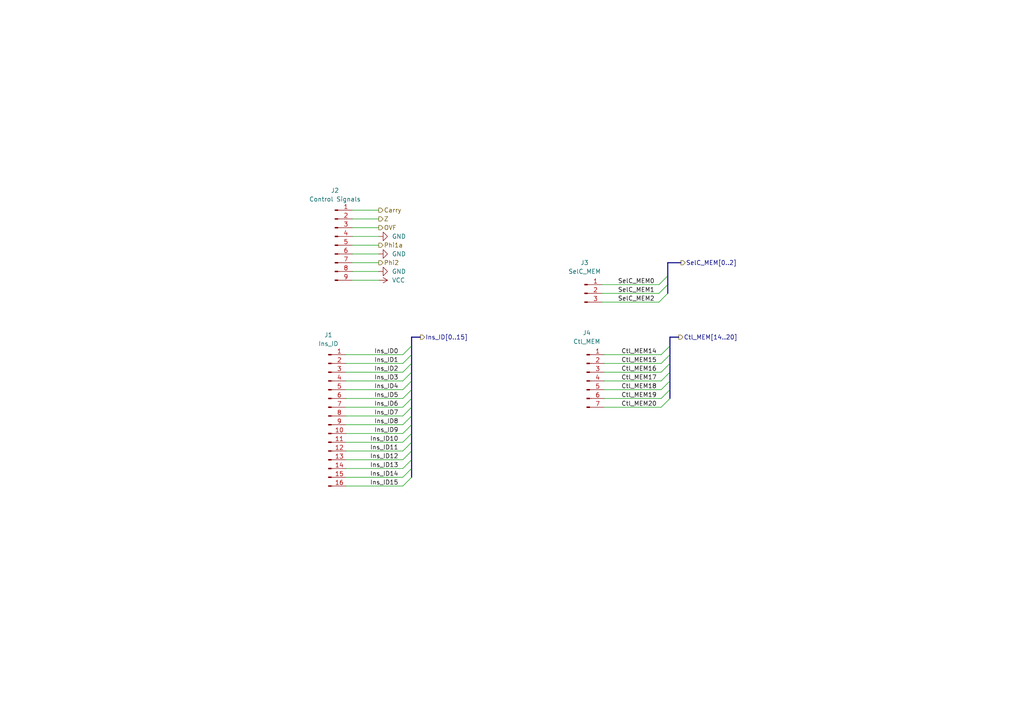
<source format=kicad_sch>
(kicad_sch (version 20211123) (generator eeschema)
  (paper "A4")
  (lib_symbols
    (symbol "Connector:Conn_01x03_Male" (pin_names (offset 1.016) hide)
      (property "Reference" "J" (at 0 5.08 0))
      (property "Value" "Conn_01x03_Male" (at 0 -5.08 0))
      (symbol "Conn_01x03_Male_1_1"
        (polyline (pts (xy 1.27 -2.54) (xy 0.8636 -2.54)) (stroke (width 0.1524)))
        (polyline (pts (xy 1.27 0) (xy 0.8636 0)) (stroke (width 0.1524)))
        (polyline (pts (xy 1.27 2.54) (xy 0.8636 2.54)) (stroke (width 0.1524)))
        (rectangle (start 0.8636 -2.413) (end 0 -2.667) (stroke (width 0.1524)) (fill (type outline)))
        (rectangle (start 0.8636 0.127) (end 0 -0.127) (stroke (width 0.1524)) (fill (type outline)))
        (rectangle (start 0.8636 2.667) (end 0 2.413) (stroke (width 0.1524)) (fill (type outline)))
        (pin passive line (at 5.08 2.54 180) (length 3.81) (name "Pin_1") (number "1"))
        (pin passive line (at 5.08 0 180) (length 3.81) (name "Pin_2") (number "2"))
        (pin passive line (at 5.08 -2.54 180) (length 3.81) (name "Pin_3") (number "3"))
      )
    )
    (symbol "Connector:Conn_01x07_Male" (pin_names (offset 1.016) hide)
      (property "Reference" "J" (at 0 10.16 0))
      (property "Value" "Conn_01x07_Male" (at 0 -10.16 0))
      (symbol "Conn_01x07_Male_1_1"
        (polyline (pts (xy 1.27 -7.62) (xy 0.8636 -7.62)) (stroke (width 0.1524)))
        (polyline (pts (xy 1.27 -5.08) (xy 0.8636 -5.08)) (stroke (width 0.1524)))
        (polyline (pts (xy 1.27 -2.54) (xy 0.8636 -2.54)) (stroke (width 0.1524)))
        (polyline (pts (xy 1.27 0) (xy 0.8636 0)) (stroke (width 0.1524)))
        (polyline (pts (xy 1.27 2.54) (xy 0.8636 2.54)) (stroke (width 0.1524)))
        (polyline (pts (xy 1.27 5.08) (xy 0.8636 5.08)) (stroke (width 0.1524)))
        (polyline (pts (xy 1.27 7.62) (xy 0.8636 7.62)) (stroke (width 0.1524)))
        (rectangle (start 0.8636 -7.493) (end 0 -7.747) (stroke (width 0.1524)) (fill (type outline)))
        (rectangle (start 0.8636 -4.953) (end 0 -5.207) (stroke (width 0.1524)) (fill (type outline)))
        (rectangle (start 0.8636 -2.413) (end 0 -2.667) (stroke (width 0.1524)) (fill (type outline)))
        (rectangle (start 0.8636 0.127) (end 0 -0.127) (stroke (width 0.1524)) (fill (type outline)))
        (rectangle (start 0.8636 2.667) (end 0 2.413) (stroke (width 0.1524)) (fill (type outline)))
        (rectangle (start 0.8636 5.207) (end 0 4.953) (stroke (width 0.1524)) (fill (type outline)))
        (rectangle (start 0.8636 7.747) (end 0 7.493) (stroke (width 0.1524)) (fill (type outline)))
        (pin passive line (at 5.08 7.62 180) (length 3.81) (name "Pin_1") (number "1"))
        (pin passive line (at 5.08 5.08 180) (length 3.81) (name "Pin_2") (number "2"))
        (pin passive line (at 5.08 2.54 180) (length 3.81) (name "Pin_3") (number "3"))
        (pin passive line (at 5.08 0 180) (length 3.81) (name "Pin_4") (number "4"))
        (pin passive line (at 5.08 -2.54 180) (length 3.81) (name "Pin_5") (number "5"))
        (pin passive line (at 5.08 -5.08 180) (length 3.81) (name "Pin_6") (number "6"))
        (pin passive line (at 5.08 -7.62 180) (length 3.81) (name "Pin_7") (number "7"))
      )
    )
    (symbol "Connector:Conn_01x09_Male" (pin_names (offset 1.016) hide)
      (property "Reference" "J" (at 0 12.7 0))
      (property "Value" "Conn_01x09_Male" (at 0 -12.7 0))
      (symbol "Conn_01x09_Male_1_1"
        (polyline (pts (xy 1.27 -10.16) (xy 0.8636 -10.16)) (stroke (width 0.1524)))
        (polyline (pts (xy 1.27 -7.62) (xy 0.8636 -7.62)) (stroke (width 0.1524)))
        (polyline (pts (xy 1.27 -5.08) (xy 0.8636 -5.08)) (stroke (width 0.1524)))
        (polyline (pts (xy 1.27 -2.54) (xy 0.8636 -2.54)) (stroke (width 0.1524)))
        (polyline (pts (xy 1.27 0) (xy 0.8636 0)) (stroke (width 0.1524)))
        (polyline (pts (xy 1.27 2.54) (xy 0.8636 2.54)) (stroke (width 0.1524)))
        (polyline (pts (xy 1.27 5.08) (xy 0.8636 5.08)) (stroke (width 0.1524)))
        (polyline (pts (xy 1.27 7.62) (xy 0.8636 7.62)) (stroke (width 0.1524)))
        (polyline (pts (xy 1.27 10.16) (xy 0.8636 10.16)) (stroke (width 0.1524)))
        (rectangle (start 0.8636 -10.033) (end 0 -10.287) (stroke (width 0.1524)) (fill (type outline)))
        (rectangle (start 0.8636 -7.493) (end 0 -7.747) (stroke (width 0.1524)) (fill (type outline)))
        (rectangle (start 0.8636 -4.953) (end 0 -5.207) (stroke (width 0.1524)) (fill (type outline)))
        (rectangle (start 0.8636 -2.413) (end 0 -2.667) (stroke (width 0.1524)) (fill (type outline)))
        (rectangle (start 0.8636 0.127) (end 0 -0.127) (stroke (width 0.1524)) (fill (type outline)))
        (rectangle (start 0.8636 2.667) (end 0 2.413) (stroke (width 0.1524)) (fill (type outline)))
        (rectangle (start 0.8636 5.207) (end 0 4.953) (stroke (width 0.1524)) (fill (type outline)))
        (rectangle (start 0.8636 7.747) (end 0 7.493) (stroke (width 0.1524)) (fill (type outline)))
        (rectangle (start 0.8636 10.287) (end 0 10.033) (stroke (width 0.1524)) (fill (type outline)))
        (pin passive line (at 5.08 10.16 180) (length 3.81) (name "Pin_1") (number "1"))
        (pin passive line (at 5.08 7.62 180) (length 3.81) (name "Pin_2") (number "2"))
        (pin passive line (at 5.08 5.08 180) (length 3.81) (name "Pin_3") (number "3"))
        (pin passive line (at 5.08 2.54 180) (length 3.81) (name "Pin_4") (number "4"))
        (pin passive line (at 5.08 0 180) (length 3.81) (name "Pin_5") (number "5"))
        (pin passive line (at 5.08 -2.54 180) (length 3.81) (name "Pin_6") (number "6"))
        (pin passive line (at 5.08 -5.08 180) (length 3.81) (name "Pin_7") (number "7"))
        (pin passive line (at 5.08 -7.62 180) (length 3.81) (name "Pin_8") (number "8"))
        (pin passive line (at 5.08 -10.16 180) (length 3.81) (name "Pin_9") (number "9"))
      )
    )
    (symbol "Connector:Conn_01x16_Male" (pin_names (offset 1.016) hide)
      (property "Reference" "J" (at 0 20.32 0))
      (property "Value" "Conn_01x16_Male" (at 0 -22.86 0))
      (symbol "Conn_01x16_Male_1_1"
        (polyline (pts (xy 1.27 -20.32) (xy 0.8636 -20.32)) (stroke (width 0.1524)))
        (polyline (pts (xy 1.27 -17.78) (xy 0.8636 -17.78)) (stroke (width 0.1524)))
        (polyline (pts (xy 1.27 -15.24) (xy 0.8636 -15.24)) (stroke (width 0.1524)))
        (polyline (pts (xy 1.27 -12.7) (xy 0.8636 -12.7)) (stroke (width 0.1524)))
        (polyline (pts (xy 1.27 -10.16) (xy 0.8636 -10.16)) (stroke (width 0.1524)))
        (polyline (pts (xy 1.27 -7.62) (xy 0.8636 -7.62)) (stroke (width 0.1524)))
        (polyline (pts (xy 1.27 -5.08) (xy 0.8636 -5.08)) (stroke (width 0.1524)))
        (polyline (pts (xy 1.27 -2.54) (xy 0.8636 -2.54)) (stroke (width 0.1524)))
        (polyline (pts (xy 1.27 0) (xy 0.8636 0)) (stroke (width 0.1524)))
        (polyline (pts (xy 1.27 2.54) (xy 0.8636 2.54)) (stroke (width 0.1524)))
        (polyline (pts (xy 1.27 5.08) (xy 0.8636 5.08)) (stroke (width 0.1524)))
        (polyline (pts (xy 1.27 7.62) (xy 0.8636 7.62)) (stroke (width 0.1524)))
        (polyline (pts (xy 1.27 10.16) (xy 0.8636 10.16)) (stroke (width 0.1524)))
        (polyline (pts (xy 1.27 12.7) (xy 0.8636 12.7)) (stroke (width 0.1524)))
        (polyline (pts (xy 1.27 15.24) (xy 0.8636 15.24)) (stroke (width 0.1524)))
        (polyline (pts (xy 1.27 17.78) (xy 0.8636 17.78)) (stroke (width 0.1524)))
        (rectangle (start 0.8636 -20.193) (end 0 -20.447) (stroke (width 0.1524)) (fill (type outline)))
        (rectangle (start 0.8636 -17.653) (end 0 -17.907) (stroke (width 0.1524)) (fill (type outline)))
        (rectangle (start 0.8636 -15.113) (end 0 -15.367) (stroke (width 0.1524)) (fill (type outline)))
        (rectangle (start 0.8636 -12.573) (end 0 -12.827) (stroke (width 0.1524)) (fill (type outline)))
        (rectangle (start 0.8636 -10.033) (end 0 -10.287) (stroke (width 0.1524)) (fill (type outline)))
        (rectangle (start 0.8636 -7.493) (end 0 -7.747) (stroke (width 0.1524)) (fill (type outline)))
        (rectangle (start 0.8636 -4.953) (end 0 -5.207) (stroke (width 0.1524)) (fill (type outline)))
        (rectangle (start 0.8636 -2.413) (end 0 -2.667) (stroke (width 0.1524)) (fill (type outline)))
        (rectangle (start 0.8636 0.127) (end 0 -0.127) (stroke (width 0.1524)) (fill (type outline)))
        (rectangle (start 0.8636 2.667) (end 0 2.413) (stroke (width 0.1524)) (fill (type outline)))
        (rectangle (start 0.8636 5.207) (end 0 4.953) (stroke (width 0.1524)) (fill (type outline)))
        (rectangle (start 0.8636 7.747) (end 0 7.493) (stroke (width 0.1524)) (fill (type outline)))
        (rectangle (start 0.8636 10.287) (end 0 10.033) (stroke (width 0.1524)) (fill (type outline)))
        (rectangle (start 0.8636 12.827) (end 0 12.573) (stroke (width 0.1524)) (fill (type outline)))
        (rectangle (start 0.8636 15.367) (end 0 15.113) (stroke (width 0.1524)) (fill (type outline)))
        (rectangle (start 0.8636 17.907) (end 0 17.653) (stroke (width 0.1524)) (fill (type outline)))
        (pin passive line (at 5.08 17.78 180) (length 3.81) (name "Pin_1") (number "1"))
        (pin passive line (at 5.08 -5.08 180) (length 3.81) (name "Pin_10") (number "10"))
        (pin passive line (at 5.08 -7.62 180) (length 3.81) (name "Pin_11") (number "11"))
        (pin passive line (at 5.08 -10.16 180) (length 3.81) (name "Pin_12") (number "12"))
        (pin passive line (at 5.08 -12.7 180) (length 3.81) (name "Pin_13") (number "13"))
        (pin passive line (at 5.08 -15.24 180) (length 3.81) (name "Pin_14") (number "14"))
        (pin passive line (at 5.08 -17.78 180) (length 3.81) (name "Pin_15") (number "15"))
        (pin passive line (at 5.08 -20.32 180) (length 3.81) (name "Pin_16") (number "16"))
        (pin passive line (at 5.08 15.24 180) (length 3.81) (name "Pin_2") (number "2"))
        (pin passive line (at 5.08 12.7 180) (length 3.81) (name "Pin_3") (number "3"))
        (pin passive line (at 5.08 10.16 180) (length 3.81) (name "Pin_4") (number "4"))
        (pin passive line (at 5.08 7.62 180) (length 3.81) (name "Pin_5") (number "5"))
        (pin passive line (at 5.08 5.08 180) (length 3.81) (name "Pin_6") (number "6"))
        (pin passive line (at 5.08 2.54 180) (length 3.81) (name "Pin_7") (number "7"))
        (pin passive line (at 5.08 0 180) (length 3.81) (name "Pin_8") (number "8"))
        (pin passive line (at 5.08 -2.54 180) (length 3.81) (name "Pin_9") (number "9"))
      )
    )
    (symbol "power:GND" (power) (pin_names (offset 0))
      (property "Value" "GND" (at 0 -3.81 0))
      (symbol "GND_0_1"
        (polyline (pts (xy 0 0) (xy 0 -1.27) (xy 1.27 -1.27) (xy 0 -2.54) (xy -1.27 -1.27) (xy 0 -1.27)))
      )
      (symbol "GND_1_1"
        (pin power_in line (at 0 0 270) (length 0) hide (name "GND") (number "1"))
      )
    )
    (symbol "power:VCC" (power) (pin_names (offset 0))
      (property "Value" "VCC" (at 0 3.81 0))
      (symbol "VCC_0_1"
        (polyline (pts (xy -0.762 1.27) (xy 0 2.54)))
        (polyline (pts (xy 0 0) (xy 0 2.54)))
        (polyline (pts (xy 0 2.54) (xy 0.762 1.27)))
      )
      (symbol "VCC_1_1"
        (pin power_in line (at 0 0 90) (length 0) hide (name "VCC") (number "1"))
      )
    )
  )
  (bus_entry (at 194.31 113.03) (size -2.54 2.54))
  (bus_entry (at 119.38 110.49) (size -2.54 2.54))
  (bus_entry (at 119.38 115.57) (size -2.54 2.54))
  (bus_entry (at 194.31 102.87) (size -2.54 2.54))
  (bus_entry (at 119.38 100.33) (size -2.54 2.54))
  (bus_entry (at 119.38 120.65) (size -2.54 2.54))
  (bus_entry (at 119.38 107.95) (size -2.54 2.54))
  (bus_entry (at 119.38 138.43) (size -2.54 2.54))
  (bus_entry (at 194.31 115.57) (size -2.54 2.54))
  (bus_entry (at 194.31 100.33) (size -2.54 2.54))
  (bus_entry (at 119.38 102.87) (size -2.54 2.54))
  (bus_entry (at 119.38 105.41) (size -2.54 2.54))
  (bus_entry (at 119.38 123.19) (size -2.54 2.54))
  (bus_entry (at 119.38 130.81) (size -2.54 2.54))
  (bus_entry (at 194.31 107.95) (size -2.54 2.54))
  (bus_entry (at 119.38 135.89) (size -2.54 2.54))
  (bus_entry (at 119.38 113.03) (size -2.54 2.54))
  (bus_entry (at 119.38 118.11) (size -2.54 2.54))
  (bus_entry (at 193.675 85.09) (size -2.54 2.54))
  (bus_entry (at 119.38 125.73) (size -2.54 2.54))
  (bus_entry (at 193.675 82.55) (size -2.54 2.54))
  (bus_entry (at 194.31 105.41) (size -2.54 2.54))
  (bus_entry (at 119.38 133.35) (size -2.54 2.54))
  (bus_entry (at 119.38 128.27) (size -2.54 2.54))
  (bus_entry (at 193.675 80.01) (size -2.54 2.54))
  (bus_entry (at 194.31 110.49) (size -2.54 2.54))
  (bus (pts (xy 196.85 97.79) (xy 194.31 97.79)))
  (wire (pts (xy 191.77 110.49) (xy 175.26 110.49)))
  (bus (pts (xy 119.38 115.57) (xy 119.38 118.11)))
  (wire (pts (xy 102.235 78.74) (xy 109.855 78.74)))
  (wire (pts (xy 191.77 115.57) (xy 175.26 115.57)))
  (wire (pts (xy 102.235 81.28) (xy 109.855 81.28)))
  (wire (pts (xy 191.135 85.09) (xy 174.625 85.09)))
  (bus (pts (xy 119.38 97.79) (xy 119.38 100.33)))
  (wire (pts (xy 116.84 115.57) (xy 100.33 115.57)))
  (wire (pts (xy 102.235 60.96) (xy 109.855 60.96)))
  (bus (pts (xy 121.92 97.79) (xy 119.38 97.79)))
  (bus (pts (xy 193.675 85.09) (xy 193.675 82.55)))
  (wire (pts (xy 116.84 105.41) (xy 100.33 105.41)))
  (bus (pts (xy 119.38 133.35) (xy 119.38 135.89)))
  (bus (pts (xy 194.31 110.49) (xy 194.31 113.03)))
  (bus (pts (xy 119.38 113.03) (xy 119.38 115.57)))
  (wire (pts (xy 116.84 128.27) (xy 100.33 128.27)))
  (bus (pts (xy 193.675 76.2) (xy 197.485 76.2)))
  (wire (pts (xy 191.135 82.55) (xy 174.625 82.55)))
  (wire (pts (xy 191.77 118.11) (xy 175.26 118.11)))
  (wire (pts (xy 102.235 66.04) (xy 109.855 66.04)))
  (bus (pts (xy 119.38 128.27) (xy 119.38 130.81)))
  (wire (pts (xy 116.84 118.11) (xy 100.33 118.11)))
  (bus (pts (xy 119.38 110.49) (xy 119.38 113.03)))
  (wire (pts (xy 116.84 120.65) (xy 100.33 120.65)))
  (bus (pts (xy 119.38 107.95) (xy 119.38 110.49)))
  (bus (pts (xy 193.675 80.01) (xy 193.675 76.2)))
  (bus (pts (xy 194.31 100.33) (xy 194.31 102.87)))
  (wire (pts (xy 191.77 102.87) (xy 175.26 102.87)))
  (wire (pts (xy 116.84 138.43) (xy 100.33 138.43)))
  (bus (pts (xy 194.31 113.03) (xy 194.31 115.57)))
  (bus (pts (xy 119.38 100.33) (xy 119.38 102.87)))
  (wire (pts (xy 191.77 113.03) (xy 175.26 113.03)))
  (bus (pts (xy 119.38 105.41) (xy 119.38 107.95)))
  (wire (pts (xy 102.235 71.12) (xy 109.855 71.12)))
  (wire (pts (xy 116.84 123.19) (xy 100.33 123.19)))
  (wire (pts (xy 102.235 76.2) (xy 109.855 76.2)))
  (wire (pts (xy 116.84 113.03) (xy 100.33 113.03)))
  (wire (pts (xy 116.84 133.35) (xy 100.33 133.35)))
  (wire (pts (xy 102.235 73.66) (xy 109.855 73.66)))
  (bus (pts (xy 119.38 130.81) (xy 119.38 133.35)))
  (wire (pts (xy 116.84 102.87) (xy 100.33 102.87)))
  (bus (pts (xy 194.31 97.79) (xy 194.31 100.33)))
  (bus (pts (xy 119.38 125.73) (xy 119.38 128.27)))
  (bus (pts (xy 194.31 107.95) (xy 194.31 110.49)))
  (wire (pts (xy 191.77 107.95) (xy 175.26 107.95)))
  (bus (pts (xy 119.38 135.89) (xy 119.38 138.43)))
  (bus (pts (xy 119.38 102.87) (xy 119.38 105.41)))
  (wire (pts (xy 116.84 110.49) (xy 100.33 110.49)))
  (bus (pts (xy 194.31 105.41) (xy 194.31 107.95)))
  (bus (pts (xy 194.31 102.87) (xy 194.31 105.41)))
  (wire (pts (xy 116.84 130.81) (xy 100.33 130.81)))
  (wire (pts (xy 102.235 68.58) (xy 109.855 68.58)))
  (bus (pts (xy 119.38 123.19) (xy 119.38 125.73)))
  (wire (pts (xy 116.84 125.73) (xy 100.33 125.73)))
  (wire (pts (xy 191.77 105.41) (xy 175.26 105.41)))
  (wire (pts (xy 191.135 87.63) (xy 174.625 87.63)))
  (wire (pts (xy 102.235 63.5) (xy 109.855 63.5)))
  (bus (pts (xy 119.38 118.11) (xy 119.38 120.65)))
  (bus (pts (xy 193.675 82.55) (xy 193.675 80.01)))
  (bus (pts (xy 119.38 120.65) (xy 119.38 123.19)))
  (wire (pts (xy 116.84 107.95) (xy 100.33 107.95)))
  (wire (pts (xy 116.84 135.89) (xy 100.33 135.89)))
  (wire (pts (xy 116.84 140.97) (xy 100.33 140.97)))
  (label "SelC_MEM1" (at 189.865 85.09 180))
  (label "Ins_ID0" (at 115.57 102.87 180))
  (label "Ins_ID10" (at 115.57 128.27 180))
  (label "Ins_ID6" (at 115.57 118.11 180))
  (label "Ins_ID5" (at 115.57 115.57 180))
  (label "SelC_MEM0" (at 189.865 82.55 180))
  (label "Ins_ID14" (at 115.57 138.43 180))
  (label "Ctl_MEM17" (at 190.5 110.49 180))
  (label "Ins_ID15" (at 115.57 140.97 180))
  (label "Ins_ID13" (at 115.57 135.89 180))
  (label "Ins_ID12" (at 115.57 133.35 180))
  (label "Ins_ID3" (at 115.57 110.49 180))
  (label "Ins_ID7" (at 115.57 120.65 180))
  (label "Ctl_MEM18" (at 190.5 113.03 180))
  (label "Ins_ID2" (at 115.57 107.95 180))
  (label "Ctl_MEM15" (at 190.5 105.41 180))
  (label "Ins_ID9" (at 115.57 125.73 180))
  (label "Ctl_MEM19" (at 190.5 115.57 180))
  (label "Ctl_MEM20" (at 190.5 118.11 180))
  (label "Ins_ID1" (at 115.57 105.41 180))
  (label "Ins_ID11" (at 115.57 130.81 180))
  (label "SelC_MEM2" (at 189.865 87.63 180))
  (label "Ins_ID4" (at 115.57 113.03 180))
  (label "Ctl_MEM16" (at 190.5 107.95 180))
  (label "Ctl_MEM14" (at 190.5 102.87 180))
  (label "Ins_ID8" (at 115.57 123.19 180))
  (hierarchical_label "OVF" (shape output) (at 109.855 66.04 0))
  (hierarchical_label "Z" (shape output) (at 109.855 63.5 0))
  (hierarchical_label "Ctl_MEM[14..20]" (shape output) (at 196.85 97.79 0))
  (hierarchical_label "Phi2" (shape output) (at 109.855 76.2 0))
  (hierarchical_label "SelC_MEM[0..2]" (shape output) (at 197.485 76.2 0))
  (hierarchical_label "Ins_ID[0..15]" (shape output) (at 121.92 97.79 0))
  (hierarchical_label "Phi1a" (shape output) (at 109.855 71.12 0))
  (hierarchical_label "Carry" (shape output) (at 109.855 60.96 0))
  (symbol (lib_id "power:GND") (at 109.855 68.58 90) (unit 1)
    (property "Reference" "#PWR015" (effects hide))
    (property "Value" "GND" (at 113.665 68.5799 90) (effects (justify right)))
  )
  (symbol (lib_id "power:GND") (at 109.855 78.74 90) (unit 1)
    (property "Reference" "#PWR017" (effects hide))
    (property "Value" "GND" (at 113.665 78.7399 90) (effects (justify right)))
  )
  (symbol (lib_id "Connector:Conn_01x09_Male") (at 97.155 71.12 0) (unit 1)
    (property "Reference" "J2" (at 97.155 55.245 0))
    (property "Value" "Control Signals" (at 97.155 57.785 0))
    (property "Footprint" "Connector_PinHeader_2.54mm:PinHeader_1x09_P2.54mm_Vertical" (effects hide))
  )
  (symbol (lib_id "Connector:Conn_01x03_Male") (at 169.545 85.09 0) (unit 1)
    (property "Reference" "J3" (at 169.545 76.2 0))
    (property "Value" "SelC_MEM" (at 169.545 78.74 0))
    (property "Footprint" "Connector_PinHeader_2.54mm:PinHeader_1x03_P2.54mm_Vertical" (effects hide))
  )
  (symbol (lib_id "power:VCC") (at 109.855 81.28 270) (unit 1)
    (property "Reference" "#PWR018" (effects hide))
    (property "Value" "VCC" (at 113.665 81.2799 90) (effects (justify left)))
  )
  (symbol (lib_id "Connector:Conn_01x07_Male") (at 170.18 110.49 0) (unit 1)
    (property "Reference" "J4" (at 170.18 96.52 0))
    (property "Value" "Ctl_MEM" (at 170.18 99.06 0))
    (property "Footprint" "Connector_PinHeader_2.54mm:PinHeader_1x07_P2.54mm_Vertical" (effects hide))
  )
  (symbol (lib_id "Connector:Conn_01x16_Male") (at 95.25 120.65 0) (unit 1)
    (property "Reference" "J1" (at 95.25 97.155 0))
    (property "Value" "Ins_ID" (at 95.25 99.695 0))
    (property "Footprint" "Connector_PinHeader_2.54mm:PinHeader_1x16_P2.54mm_Vertical" (effects hide))
  )
  (symbol (lib_id "power:GND") (at 109.855 73.66 90) (unit 1)
    (property "Reference" "#PWR016" (effects hide))
    (property "Value" "GND" (at 113.665 73.6599 90) (effects (justify right)))
  )
)
</source>
